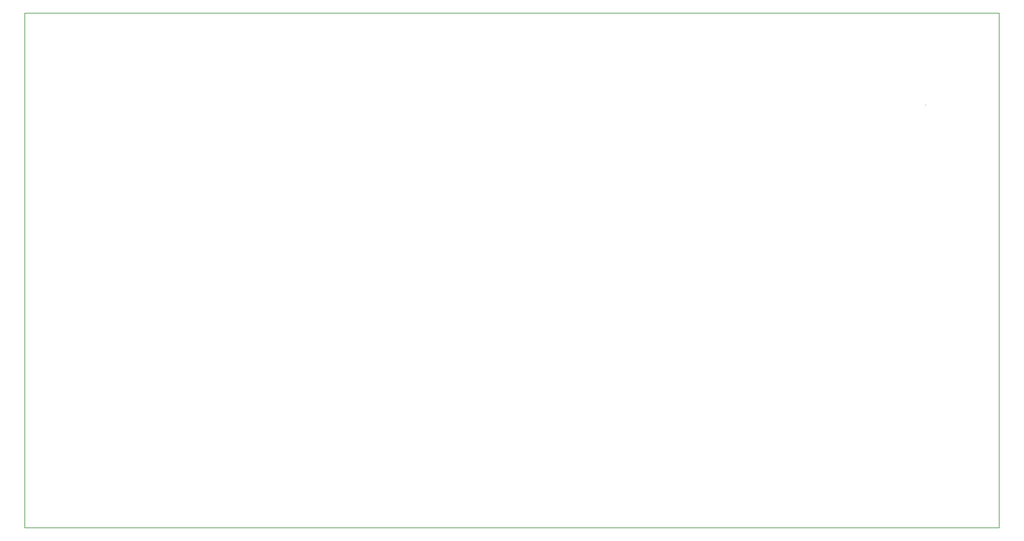
<source format=gbr>
%TF.GenerationSoftware,KiCad,Pcbnew,(6.0.10-0)*%
%TF.CreationDate,2023-02-17T09:12:45-08:00*%
%TF.ProjectId,exercise1_pcb,65786572-6369-4736-9531-5f7063622e6b,rev?*%
%TF.SameCoordinates,Original*%
%TF.FileFunction,Profile,NP*%
%FSLAX46Y46*%
G04 Gerber Fmt 4.6, Leading zero omitted, Abs format (unit mm)*
G04 Created by KiCad (PCBNEW (6.0.10-0)) date 2023-02-17 09:12:45*
%MOMM*%
%LPD*%
G01*
G04 APERTURE LIST*
%TA.AperFunction,Profile*%
%ADD10C,0.100000*%
%TD*%
G04 APERTURE END LIST*
D10*
X73660000Y-33020000D02*
X208280000Y-33020000D01*
X208280000Y-33020000D02*
X208280000Y-104140000D01*
X208280000Y-104140000D02*
X73660000Y-104140000D01*
X73660000Y-104140000D02*
X73660000Y-33020000D01*
X198120001Y-45720000D02*
G75*
G03*
X198120001Y-45720000I-1J0D01*
G01*
M02*

</source>
